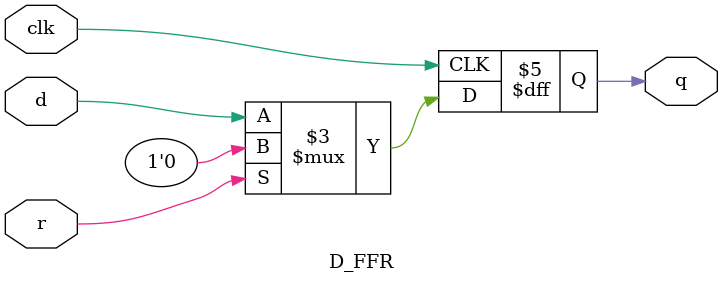
<source format=v>

module D_FFR 
(
d, 
r, 
clk, 
q);
parameter WIDTH = 1;
input r;
input clk;
input [WIDTH-1:0] d;
output [WIDTH-1:0] q;
reg [WIDTH-1:0] q;
always @ (posedge clk) 
if ( r ) 
q <= {WIDTH{1'b0}};
else
q <= d;
endmodule



</source>
